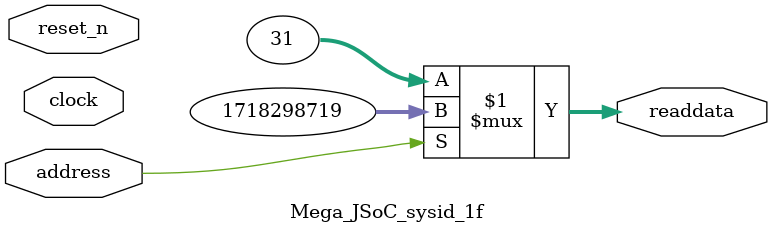
<source format=v>

`timescale 1ns / 1ps
// synthesis translate_on

// turn off superfluous verilog processor warnings 
// altera message_level Level1 
// altera message_off 10034 10035 10036 10037 10230 10240 10030 

module Mega_JSoC_sysid_1f (
               // inputs:
                address,
                clock,
                reset_n,

               // outputs:
                readdata
             )
;

  output  [ 31: 0] readdata;
  input            address;
  input            clock;
  input            reset_n;

  wire    [ 31: 0] readdata;
  //control_slave, which is an e_avalon_slave
  assign readdata = address ? 1718298719 : 31;

endmodule




</source>
